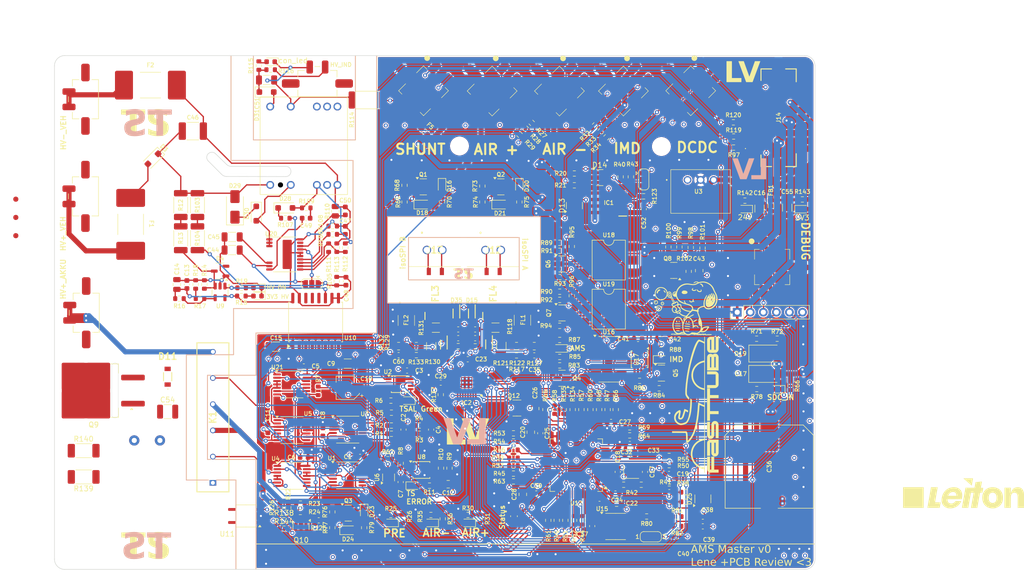
<source format=kicad_pcb>
(kicad_pcb
	(version 20240108)
	(generator "pcbnew")
	(generator_version "8.0")
	(general
		(thickness 1.6)
		(legacy_teardrops no)
	)
	(paper "A4")
	(layers
		(0 "F.Cu" signal)
		(1 "In1.Cu" signal)
		(2 "In2.Cu" signal)
		(31 "B.Cu" signal)
		(32 "B.Adhes" user "B.Adhesive")
		(33 "F.Adhes" user "F.Adhesive")
		(34 "B.Paste" user)
		(35 "F.Paste" user)
		(36 "B.SilkS" user "B.Silkscreen")
		(37 "F.SilkS" user "F.Silkscreen")
		(38 "B.Mask" user)
		(39 "F.Mask" user)
		(40 "Dwgs.User" user "User.Drawings")
		(41 "Cmts.User" user "User.Comments")
		(42 "Eco1.User" user "User.Eco1")
		(43 "Eco2.User" user "User.Eco2")
		(44 "Edge.Cuts" user)
		(45 "Margin" user)
		(46 "B.CrtYd" user "B.Courtyard")
		(47 "F.CrtYd" user "F.Courtyard")
		(48 "B.Fab" user)
		(49 "F.Fab" user)
		(50 "User.1" user)
		(51 "User.2" user)
		(52 "User.3" user)
		(53 "User.4" user)
		(54 "User.5" user)
		(55 "User.6" user)
		(56 "User.7" user)
		(57 "User.8" user)
		(58 "User.9" user)
	)
	(setup
		(stackup
			(layer "F.SilkS"
				(type "Top Silk Screen")
			)
			(layer "F.Paste"
				(type "Top Solder Paste")
			)
			(layer "F.Mask"
				(type "Top Solder Mask")
				(thickness 0.01)
			)
			(layer "F.Cu"
				(type "copper")
				(thickness 0.035)
			)
			(layer "dielectric 1"
				(type "prepreg")
				(thickness 0.1)
				(material "FR4")
				(epsilon_r 4.5)
				(loss_tangent 0.02)
			)
			(layer "In1.Cu"
				(type "copper")
				(thickness 0.035)
			)
			(layer "dielectric 2"
				(type "core")
				(thickness 1.24)
				(material "FR4")
				(epsilon_r 4.5)
				(loss_tangent 0.02)
			)
			(layer "In2.Cu"
				(type "copper")
				(thickness 0.035)
			)
			(layer "dielectric 3"
				(type "prepreg")
				(thickness 0.1)
				(material "FR4")
				(epsilon_r 4.5)
				(loss_tangent 0.02)
			)
			(layer "B.Cu"
				(type "copper")
				(thickness 0.035)
			)
			(layer "B.Mask"
				(type "Bottom Solder Mask")
				(thickness 0.01)
			)
			(layer "B.Paste"
				(type "Bottom Solder Paste")
			)
			(layer "B.SilkS"
				(type "Bottom Silk Screen")
			)
			(copper_finish "None")
			(dielectric_constraints no)
		)
		(pad_to_mask_clearance 0)
		(allow_soldermask_bridges_in_footprints no)
		(pcbplotparams
			(layerselection 0x00010fc_ffffffff)
			(plot_on_all_layers_selection 0x0000000_00000000)
			(disableapertmacros no)
			(usegerberextensions no)
			(usegerberattributes yes)
			(usegerberadvancedattributes yes)
			(creategerberjobfile yes)
			(dashed_line_dash_ratio 12.000000)
			(dashed_line_gap_ratio 3.000000)
			(svgprecision 4)
			(plotframeref no)
			(viasonmask no)
			(mode 1)
			(useauxorigin no)
			(hpglpennumber 1)
			(hpglpenspeed 20)
			(hpglpendiameter 15.000000)
			(pdf_front_fp_property_popups yes)
			(pdf_back_fp_property_popups yes)
			(dxfpolygonmode yes)
			(dxfimperialunits yes)
			(dxfusepcbnewfont yes)
			(psnegative no)
			(psa4output no)
			(plotreference yes)
			(plotvalue yes)
			(plotfptext yes)
			(plotinvisibletext no)
			(sketchpadsonfab no)
			(subtractmaskfromsilk no)
			(outputformat 1)
			(mirror no)
			(drillshape 1)
			(scaleselection 1)
			(outputdirectory "")
		)
	)
	(net 0 "")
	(net 1 "GND")
	(net 2 "+3V3")
	(net 3 "Net-(U8-~{PRE})")
	(net 4 "Net-(U8-~{CLR})")
	(net 5 "/TSAL/HV_Active_Detection/3V3_HV")
	(net 6 "HV-_Vehicle_Side")
	(net 7 "Net-(C17-Pad2)")
	(net 8 "/MCU/RCC_OSC_OUT")
	(net 9 "/MCU/NRST")
	(net 10 "Net-(C26-Pad2)")
	(net 11 "Net-(C28-Pad2)")
	(net 12 "Net-(J10-Pin_4)")
	(net 13 "/CAN_Transceiver/CarCAN_HIGH")
	(net 14 "/CAN_Transceiver/V_{ref}")
	(net 15 "Net-(Q8-G)")
	(net 16 "Net-(JP2-B)")
	(net 17 "Net-(U20-INTVcc)")
	(net 18 "HV+_Vehicle_Side_Fused")
	(net 19 "Net-(C47-Pad1)")
	(net 20 "/HV_Indicator/ENABLE")
	(net 21 "Net-(C49-Pad1)")
	(net 22 "Net-(U20-DCM)")
	(net 23 "Net-(U20-SOURCE)")
	(net 24 "Net-(D32-K)")
	(net 25 "Net-(D31-K)")
	(net 26 "Net-(D1-A)")
	(net 27 "Net-(D2-A)")
	(net 28 "/TSAL/HV_Active_Detection/HV_1")
	(net 29 "Net-(D4-K)")
	(net 30 "Net-(D5-A)")
	(net 31 "Net-(D6-A)")
	(net 32 "/MCU/Precharge_Closed")
	(net 33 "Net-(D7-A)")
	(net 34 "Net-(D8-A)")
	(net 35 "/MCU/AIR+_Closed")
	(net 36 "Net-(D9-A)")
	(net 37 "/MCU/AIR-_Closed")
	(net 38 "Net-(D19-A)")
	(net 39 "Net-(D16-A)")
	(net 40 "/Relay_Driver/Relay_2")
	(net 41 "/Relay_Driver/Relay_3")
	(net 42 "Net-(D20-A)")
	(net 43 "Net-(D22-A)")
	(net 44 "Net-(D23-A)")
	(net 45 "/Relay_Driver/Relay_4")
	(net 46 "Net-(D26-A)")
	(net 47 "Net-(D27-A)")
	(net 48 "Net-(D28-K)")
	(net 49 "Net-(D28-A)")
	(net 50 "Net-(D29-A1)")
	(net 51 "Net-(D30-A)")
	(net 52 "Net-(D31-A)")
	(net 53 "Net-(D32-A)")
	(net 54 "/CAN_Transceiver/CarCAN_LOW")
	(net 55 "/IO/IMD_M")
	(net 56 "+24V")
	(net 57 "Net-(J14-Pin_2)")
	(net 58 "unconnected-(IC1-IS-Pad4)")
	(net 59 "Net-(IC1-DEN)")
	(net 60 "unconnected-(IC1-NC-Pad5)")
	(net 61 "/IO/IMD_Power")
	(net 62 "Net-(U12-PB15)")
	(net 63 "/IO/TSAL_GREEN")
	(net 64 "/MCU/~{AMS_ERROR_LED}")
	(net 65 "/MCU/~{IMD_ERROR_LED}")
	(net 66 "Net-(J14-Pin_3)")
	(net 67 "Net-(J14-Pin_5)")
	(net 68 "/MCU/Trace_SWO")
	(net 69 "/MCU/SWDIO_1")
	(net 70 "/MCU/SWCLK_1")
	(net 71 "Net-(JP1-C)")
	(net 72 "Net-(JP2-C)")
	(net 73 "Net-(JP3-C)")
	(net 74 "Net-(Q1-G)")
	(net 75 "Net-(Q2-G)")
	(net 76 "Net-(Q3-G)")
	(net 77 "/SDC_Latching/~{AMS_Error}")
	(net 78 "Net-(Q4-D)")
	(net 79 "/SDC_Latching/~{IMD_Error}")
	(net 80 "Net-(Q5-D)")
	(net 81 "Net-(Q6-G)")
	(net 82 "Net-(Q6-D)")
	(net 83 "Net-(Q7-D)")
	(net 84 "Net-(Q7-G)")
	(net 85 "Net-(Q8-D)")
	(net 86 "Net-(Q8-S)")
	(net 87 "/TSAL/Comp_Ref_Low")
	(net 88 "/TSAL/Comp_Ref_Closed")
	(net 89 "/TSAL/Relay_State_Detection/~{Short}")
	(net 90 "/TSAL/~{TS_Error}")
	(net 91 "Net-(U8-C)")
	(net 92 "/MCU/TS_Error")
	(net 93 "Net-(R12-Pad2)")
	(net 94 "Net-(U9--)")
	(net 95 "Net-(R17-Pad2)")
	(net 96 "Net-(U10-IND)")
	(net 97 "/Relay_Driver/aux_out0")
	(net 98 "/Relay_Driver/aux_in0")
	(net 99 "/Relay_Driver/aux_out1")
	(net 100 "/Relay_Driver/aux_in1")
	(net 101 "/Relay_Driver/aux_out2")
	(net 102 "/Relay_Driver/aux_in2")
	(net 103 "/MCU/SDC_closed")
	(net 104 "Net-(U12-PC9)")
	(net 105 "Net-(U12-BOOT0)")
	(net 106 "/MCU/Status_LED_R")
	(net 107 "Net-(D37-A)")
	(net 108 "/MCU/Status_LED_G")
	(net 109 "Net-(U12-PC2)")
	(net 110 "/MCU/Status_LED_B")
	(net 111 "Net-(U12-PA3)")
	(net 112 "Net-(U12-PA7)")
	(net 113 "Net-(U12-PB0)")
	(net 114 "Net-(U12-PA2)")
	(net 115 "Net-(U12-PA6)")
	(net 116 "Net-(U12-PA14)")
	(net 117 "Net-(U12-PA1)")
	(net 118 "/MCU/HV_Active")
	(net 119 "Net-(U12-PA13)")
	(net 120 "Net-(U12-PA0)")
	(net 121 "/MCU/AIR+_Control")
	(net 122 "/MCU/AIR-_Control")
	(net 123 "/MCU/Precharge_Control")
	(net 124 "Net-(U15-Rs)")
	(net 125 "Net-(U16A-C)")
	(net 126 "Net-(U16B-C)")
	(net 127 "Net-(U16A-Q)")
	(net 128 "Net-(U16B-Q)")
	(net 129 "Net-(U16A-~{Q})")
	(net 130 "Net-(U16B-~{Q})")
	(net 131 "Net-(R95-Pad2)")
	(net 132 "Net-(R96-Pad2)")
	(net 133 "/SDC_Latching/Reset_Signal")
	(net 134 "Net-(R103-Pad2)")
	(net 135 "Net-(U20-Vc)")
	(net 136 "Net-(U20-IREG{slash}SS)")
	(net 137 "Net-(U20-TC)")
	(net 138 "Net-(U20-FB)")
	(net 139 "Net-(J8-Pin_2)")
	(net 140 "/TSAL/Mismatch_Relay_2")
	(net 141 "/TSAL/Mismatch_Relay_1")
	(net 142 "Net-(U1-Pad11)")
	(net 143 "/TSAL/AIRs_Closed")
	(net 144 "/TSAL/Mismatch_Relay_3")
	(net 145 "/TSAL/HV_Inactive")
	(net 146 "/TSAL/TS_OK")
	(net 147 "Net-(U2-Pad1)")
	(net 148 "/TSAL/Relay_Mismatch")
	(net 149 "unconnected-(U5-Pad14)")
	(net 150 "unconnected-(U5-Pad13)")
	(net 151 "/TSAL/HV_Mismatch")
	(net 152 "unconnected-(U10-OUTA-Pad14)")
	(net 153 "unconnected-(U10-INB-Pad4)")
	(net 154 "unconnected-(U10-INC-Pad12)")
	(net 155 "unconnected-(U10-INA-Pad3)")
	(net 156 "unconnected-(U10-OUTB-Pad13)")
	(net 157 "unconnected-(U10-OUTC-Pad5)")
	(net 158 "unconnected-(U10-NC-Pad7)")
	(net 159 "unconnected-(U12-PD2-Pad54)")
	(net 160 "unconnected-(U12-PC10-Pad51)")
	(net 161 "unconnected-(U12-PC12-Pad53)")
	(net 162 "/TSAL/HV_Active_Detection/-HV_1")
	(net 163 "Net-(FL1-Pad4)")
	(net 164 "Net-(FL1-Pad3)")
	(net 165 "unconnected-(U12-PC14-Pad3)")
	(net 166 "Net-(FL1-Pad2)")
	(net 167 "unconnected-(U12-PC11-Pad52)")
	(net 168 "Net-(FL1-Pad1)")
	(net 169 "Net-(FL2-Pad4)")
	(net 170 "Net-(FL2-Pad2)")
	(net 171 "unconnected-(U12-PC13-Pad2)")
	(net 172 "unconnected-(U12-PC15-Pad4)")
	(net 173 "Net-(FL2-Pad3)")
	(net 174 "/IO/IMD_VCC")
	(net 175 "/SDC_Latching/IMD_Latch_Reset")
	(net 176 "/SDC_Latching/AMS_Latch_Reset")
	(net 177 "/SDC_Latching/SDC_1")
	(net 178 "unconnected-(U18-Pad3)")
	(net 179 "Net-(U18-Pad5)")
	(net 180 "/IO/SDC_OUT")
	(net 181 "unconnected-(U19-Pad3)")
	(net 182 "/TSAL/Relay_Connection_Error")
	(net 183 "/IO/Reset_Button_Out")
	(net 184 "/CAN_Transceiver/CarCAN_RX")
	(net 185 "Net-(FL2-Pad1)")
	(net 186 "Net-(J12-Pin_1)")
	(net 187 "/CAN_Transceiver/CarCAN_TX")
	(net 188 "Net-(J12-Pin_2)")
	(net 189 "Net-(J13-Pin_1)")
	(net 190 "Net-(J13-Pin_2)")
	(net 191 "/MCU/WAKE2")
	(net 192 "/MCU/MSTR1")
	(net 193 "/MCU/SPI1_MISO")
	(net 194 "/MCU/SPI1_SCK")
	(net 195 "/MCU/WAKE1")
	(net 196 "/MCU/INTR1")
	(net 197 "/MCU/IMB")
	(net 198 "Net-(IC2-XCVRMD2)")
	(net 199 "Net-(IC2-XCVRMD)")
	(net 200 "/MCU/SPI2_SCK")
	(net 201 "/MCU/SPI1_NSS")
	(net 202 "/MCU/IPB")
	(net 203 "/MCU/MSTR2")
	(net 204 "/MCU/IPA")
	(net 205 "/MCU/INTR2")
	(net 206 "/MCU/SPI2_MISO")
	(net 207 "/MCU/SPI1_MOSI")
	(net 208 "/MCU/SPI2_NSS")
	(net 209 "/MCU/SPI2_MOSI")
	(net 210 "/MCU/IMA")
	(net 211 "/MCU/RCC_OSC_IN")
	(net 212 "Net-(U12-PC3)")
	(net 213 "Net-(U12-PA5)")
	(net 214 "Net-(U12-PC4)")
	(net 215 "Net-(U12-PB4)")
	(net 216 "Net-(U12-PC5)")
	(net 217 "Net-(U12-PA4)")
	(net 218 "Net-(U12-PB12)")
	(net 219 "Net-(U12-PB14)")
	(net 220 "Net-(U12-PA12)")
	(net 221 "Net-(U12-PB5)")
	(net 222 "Net-(C58-Pad1)")
	(net 223 "Net-(C61-Pad1)")
	(net 224 "Net-(D15-A2)")
	(net 225 "Net-(D34-A2)")
	(net 226 "unconnected-(U20-N.C.-Pad19)")
	(net 227 "Net-(U12-PA15)")
	(net 228 "Net-(D33-A2)")
	(net 229 "Net-(D35-A2)")
	(net 230 "/MCU/AMS_NERROR")
	(net 231 "Net-(D36-A)")
	(net 232 "Net-(D11-K)")
	(net 233 "/Relay_Driver/Precharge/HV+_Akku")
	(net 234 "Net-(K1-Pad2)")
	(net 235 "Net-(K1-Pad8)")
	(net 236 "Net-(Q9-D)")
	(net 237 "Net-(R126-Pad2)")
	(net 238 "HV+_VEH")
	(net 239 "Net-(U12-PB1)")
	(net 240 "Net-(J4-Pin_4)")
	(net 241 "Net-(J4-Pin_3)")
	(net 242 "/Relay_Driver/SDC_Relay")
	(net 243 "/MCU/LV_I")
	(net 244 "/MCU/TEMP_DCDC")
	(net 245 "/IO/TEMP_TSDCDC")
	(net 246 "/IO/LV_I_measure")
	(net 247 "/SDC")
	(net 248 "Net-(Q10-D)")
	(net 249 "Net-(Q10-G)")
	(footprint "Resistor_SMD:R_1206_3216Metric" (layer "F.Cu") (at 124.55 95.25 90))
	(footprint "FaSTTUBe_connectors:Micro_Mate-N-Lok_2x2p_vertical" (layer "F.Cu") (at 149.5 45.6 135))
	(footprint "Resistor_SMD:R_0603_1608Metric" (layer "F.Cu") (at 165.9 66.1 180))
	(footprint "Resistor_SMD:R_0805_2012Metric" (layer "F.Cu") (at 144.6 95.25))
	(footprint "Capacitor_SMD:C_0603_1608Metric" (layer "F.Cu") (at 170.875 125.55 180))
	(footprint "Resistor_SMD:R_0603_1608Metric" (layer "F.Cu") (at 133.1 95.3 180))
	(footprint "Capacitor_SMD:C_0603_1608Metric" (layer "F.Cu") (at 177.4 128.425))
	(footprint "Resistor_SMD:R_2010_5025Metric" (layer "F.Cu") (at 79.05 74.25 -90))
	(footprint "Package_TO_SOT_SMD:SOT-23" (layer "F.Cu") (at 138.1 64.25))
	(footprint "MountingHole:MountingHole_3.2mm_M3" (layer "F.Cu") (at 63.85 56.25 -90))
	(footprint "Master:WCAP-ASLI_16" (layer "F.Cu") (at 190.35 118.7 90))
	(footprint "Capacitor_SMD:C_0603_1608Metric" (layer "F.Cu") (at 155.875 130.275 90))
	(footprint "Capacitor_SMD:C_0805_2012Metric" (layer "F.Cu") (at 75.05 83.25 90))
	(footprint "Capacitor_SMD:C_0603_1608Metric" (layer "F.Cu") (at 170.875 123.675 180))
	(footprint "Resistor_SMD:R_0603_1608Metric" (layer "F.Cu") (at 149.6 81.8))
	(footprint "Capacitor_SMD:C_0603_1608Metric" (layer "F.Cu") (at 145.775 112.2 90))
	(footprint "Capacitor_SMD:C_0603_1608Metric" (layer "F.Cu") (at 102.65 129.15 180))
	(footprint "Package_TO_SOT_SMD:SOT-353_SC-70-5_Handsoldering" (layer "F.Cu") (at 116.25 120.8 90))
	(footprint "Resistor_SMD:R_0603_1608Metric" (layer "F.Cu") (at 154 129.15 -90))
	(footprint "FaSTTUBe_connectors:Micro_Mate-N-Lok_2x5p_vertical" (layer "F.Cu") (at 192.15 50.8 -90))
	(footprint "Resistor_SMD:R_0603_1608Metric" (layer "F.Cu") (at 140.55 112.225 180))
	(footprint "Resistor_SMD:R_0603_1608Metric" (layer "F.Cu") (at 134.5 64.1 90))
	(footprint "LED_SMD:LED_0603_1608Metric" (layer "F.Cu") (at 90.7375 85.5 180))
	(footprint "Diode_SMD:D_SOD-123F" (layer "F.Cu") (at 92.5 45.8))
	(footprint "Resistor_SMD:R_0603_1608Metric" (layer "F.Cu") (at 124.48125 128.11))
	(footprint "Package_SO:SOIC-14_3.9x8.7mm_P1.27mm" (layer "F.Cu") (at 159.1 97.8))
	(footprint "LED_SMD:LED_0603_1608Metric" (layer "F.Cu") (at 93.3 39.9 180))
	(footprint "Capacitor_SMD:C_1206_3216Metric" (layer "F.Cu") (at 85.8 76.55))
	(footprint "Resistor_SMD:R_0603_1608Metric" (layer "F.Cu") (at 105.375 73.4875))
	(footprint "Capacitor_SMD:C_0805_2012Metric" (layer "F.Cu") (at 176.7 80.55 -90))
	(footprint "Capacitor_SMD:C_1206_3216Metric" (layer "F.Cu") (at 85.8 74))
	(footprint "Resistor_SMD:R_0603_1608Metric" (layer "F.Cu") (at 116.8 112.3 180))
	(footprint "LED_SMD:LED_0603_1608Metric" (layer "F.Cu") (at 90.7375 83.9 180))
	(footprint "Resistor_SMD:R_0603_1608Metric" (layer "F.Cu") (at 140.55 113.8 180))
	(footprint "Capacitor_SMD:C_0603_1608Metric" (layer "F.Cu") (at 164.8 93.85))
	(footprint "Resistor_SMD:R_0603_1608Metric" (layer "F.Cu") (at 165.425 122.225 180))
	(footprint "Resistor_SMD:R_0603_1608Metric" (layer "F.Cu") (at 122.225 112.3))
	(footprint "Master:SOD2613X114N" (layer "F.Cu") (at 132.45 88.9 -90))
	(footprint "Resistor_SMD:R_0603_1608Metric"
		(layer "F.Cu")
		(uuid "198b0f73-c9ca-4705-99e0-7bc76a62a529")
		(at 144.1 51.8 -45)
		(descr "Resistor SMD 0603 (1608 Metric), square (rectangular) end terminal, IPC_7351 nominal, (Body size source: IPC-SM-782 page 72, https://www.pcb-3d.com/wordpress/wp-content/uploads/ipc-sm-782a_amendment_1_and_2.pdf), generated with kicad-footprint-generator")
		(tags "resistor")
		(property "Reference" "R27"
			(at 2.757716 0.070711 135)
			(layer "F.SilkS")
			(uuid "2b953f5d-3d52-4764-816b-a282f4271280")
			(effects
				(font
					(size 0.8 0.8)
					(thickness 0.15)
				)
			)
		)
		(property "Value" "120"
			(at 0 1.43 135)
			(layer "F.Fab")
			(uuid "c99c9fbd-c256-45b2-9dc7-9ce618a43259")
			(effects
				(font
					(size 1 1)
					(thickness 0.15)
				)
			)
		)
		(property "Footprint" "Resistor_SMD:R_0603_1608Metric"
			(at 0 0 -45)
			(unlocked yes)
			(layer "F.Fab")
			(hide yes)
			(uuid "ada7e9dd-c8e3-4ce9-8dcc-20a966b4d3ac")
			(effects
				(font
					(size 1.27 1.27)
				)
			)
		)
		(property "Datasheet" ""
			(at 0 0 -45)
			(unlocked yes)
			(layer "F.Fab")
			(hide yes)
			(uuid "8173d614-8a93-4581-a3b1-7d48e6e56cc2")
			(effects
				(font
					(size 1.27 1.27)
				)
			)
		)
		(property "Description" "Resistor"
			(at 0 0 -45)
			(unlocked yes)
			(layer "F.Fab")
			(hide yes)
			(uuid "9a3b1d48-2eb8-4565-9301-da4eb6f2c424")
			(effects
				(font
					(size 1.27 1.27)
				)
			)
		)
		(property ki_fp_filters "R_*")
		(path "/5ce1aa0c-f98f-4b94-80bd-f188cf4c57de/e649f750-43fb-4736-9da9-c800ce3f6889/5d98537b-1064-421a-8631-9a73bc20a1f5")
		(sheetname "Relay_State_Detection1")
		(sheetfile "Relay_State_Detection.kicad_sch")
		(attr smd)
		(fp_line
			(start -0.237258 0.5225)
			(end 0.237258 0.5225)
			(stroke
				(width 0.12)
				(type solid)
			)
			(layer "F.SilkS")
			(uuid "09ac7a76-12d8-4b00-bb74-17abd1b4d886")
		)
		(fp_line
			(start -0.237258 -0.5225)
			(end 0.237258 -0.5225)
			(stroke
				(width 0.12)
				(type solid)
			)
			(layer "F.SilkS")
			(uuid "d549a9fc-4670-44af-9c49-8f0943c23ff9")
		)
		(fp_line
			(start -1.48 0.73)
			(end -1.48 -0.73)
			(stroke
				(width 0.05)
				(type solid)
			)
			(layer "F.CrtYd")
			(uuid "f568fa98-5801-4db3-bf2f-3dbf6ec1af7c")
		)
		(fp_line
			(start -1.48 -0.73)
			(end 1.48 -0.73)
			(stroke
				(width 0.05)
				(type solid)
			)
			(layer "F.CrtYd")
			(uuid "283adc5f-6304-49c4-9d68-285df47f1d36")
		)
		(fp_line
			(start 1.48 0.73)
			(end -1.48 0.73)
			(stroke
				(width 0.05)
				(type solid)
			)
			(layer "F.CrtYd")
			(uuid "4e99c24e-4e8b-40f4-941b-bc0d4f844b3e")
		)
		(fp_line
			(start 1.48 -0.73)
			(end 1.48 0.73)
			(stroke
				(width 0.05)
				(type solid)
			)
			(layer "F.CrtYd")
			(uuid "aca13e37-f9ca-4579-bbee-8db4a290cb42")
		)
		(fp_line
			(start -0.8 0.4125)
			(end -0.8 -0.4125)
			(stroke
				(width 0.1)
				(type solid)
			)
			(layer "F.Fab")
			(uuid "6410d235-f9a0-4fdb-87c7-b1839a801cdf")
		)
		(fp_line
			(start -0.8 -0.4125)
			(end 0.8 -0.4125)
			(stroke
				(width 0.1)
				(type solid)
			)
			(layer "F.Fab")
			(uuid "1f7d09bb-16f6-4899-bcc0-2f097901d92a")
		)
		(fp_line
			(start 0.8 0.4125)
			(end -0.8 0.4125)
			(stroke
				(width 0.1)
				(type solid)
			)
			(layer "F.Fab")
			(uuid "30fcdc39-f22e-4811-87a9-0661ef417654")
		)
		(fp_line
			(start 0.8 -0.4125)
			(end 0.8 0.4125)
			(stroke
				(width 0.1)
				(type solid)
			)
			(layer "F.Fab")
			(uuid "74c10b7a-f0db-4d21-9a1d-a3e5edde0316")
		)
		(fp_text user "${REFERENCE}"
			(at 0 0 135)
			(layer "F.Fab")
			(uuid "6e0ae320-c37c-4e03-bf0a-1e6eae1645d8")
			(effects
				(font
					(size 0.4 0.4)
					(thickness 0.06)
				)
			)
		)
		(pad "1" smd roundrect
			(at -0.825 0 315)
			(size 0.8 0.95)
			(layers "F.Cu" "F.Paste" "F.Mask")
			(roundrect
... [3864957 chars truncated]
</source>
